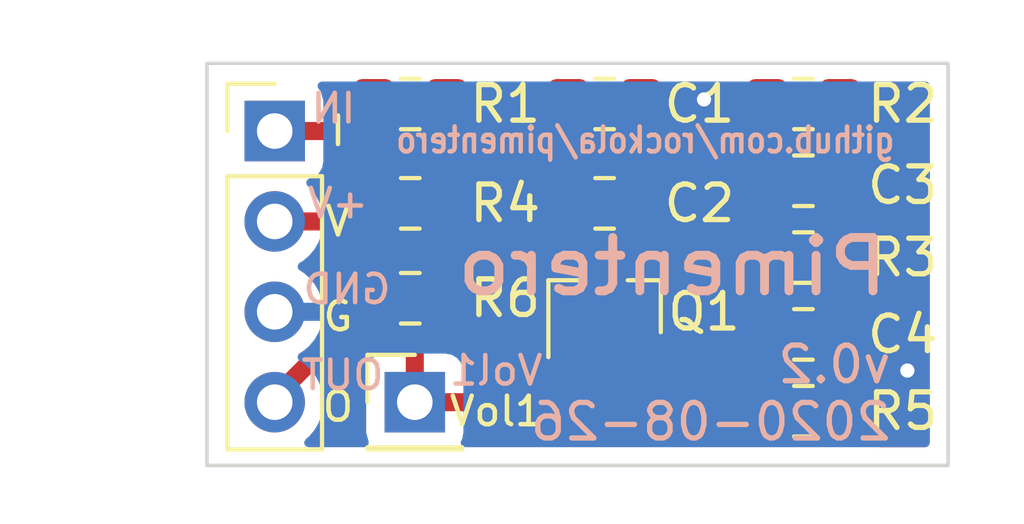
<source format=kicad_pcb>
(kicad_pcb (version 20200819) (host pcbnew "(5.99.0-2965-g3673c2369)")

  (general
    (thickness 1.6)
  )

  (paper "A4")
  (layers
    (0 "F.Cu" signal)
    (31 "B.Cu" signal)
    (32 "B.Adhes" user)
    (33 "F.Adhes" user)
    (34 "B.Paste" user)
    (35 "F.Paste" user)
    (36 "B.SilkS" user)
    (37 "F.SilkS" user)
    (38 "B.Mask" user)
    (39 "F.Mask" user)
    (40 "Dwgs.User" user)
    (41 "Cmts.User" user)
    (42 "Eco1.User" user)
    (43 "Eco2.User" user)
    (44 "Edge.Cuts" user)
    (45 "Margin" user)
    (46 "B.CrtYd" user)
    (47 "F.CrtYd" user)
    (48 "B.Fab" user)
    (49 "F.Fab" user)
  )

  (setup
    (stackup
      (layer "F.SilkS" (type "Top Silk Screen"))
      (layer "F.Paste" (type "Top Solder Paste"))
      (layer "F.Mask" (type "Top Solder Mask") (color "Green") (thickness 0.01))
      (layer "F.Cu" (type "copper") (thickness 0.035))
      (layer "dielectric 1" (type "core") (thickness 1.51) (material "FR4") (epsilon_r 4.5) (loss_tangent 0.02))
      (layer "B.Cu" (type "copper") (thickness 0.035))
      (layer "B.Mask" (type "Bottom Solder Mask") (color "Green") (thickness 0.01))
      (layer "B.Paste" (type "Bottom Solder Paste"))
      (layer "B.SilkS" (type "Bottom Silk Screen"))
      (copper_finish "None")
      (dielectric_constraints no)
    )
    (pcbplotparams
      (layerselection 0x010fc_ffffffff)
      (usegerberextensions false)
      (usegerberattributes true)
      (usegerberadvancedattributes true)
      (creategerberjobfile true)
      (svguseinch false)
      (svgprecision 6)
      (excludeedgelayer true)
      (linewidth 0.100000)
      (plotframeref false)
      (viasonmask false)
      (mode 1)
      (useauxorigin false)
      (hpglpennumber 1)
      (hpglpenspeed 20)
      (hpglpendiameter 15.000000)
      (psnegative false)
      (psa4output false)
      (plotreference true)
      (plotvalue true)
      (plotinvisibletext false)
      (sketchpadsonfab false)
      (subtractmaskfromsilk true)
      (outputformat 1)
      (mirror false)
      (drillshape 0)
      (scaleselection 1)
      (outputdirectory "Gerber/")
    )
  )

  (property "DATE" "2020-08-26")
  (property "REVISION" "v0.2")
  (property "TITLE" "Pimentero")
  (property "URL" "github.com/rockola/pimentero")

  (net 0 "")
  (net 1 "GND")
  (net 2 "Net-(C1-Pad1)")
  (net 3 "Net-(C2-Pad2)")
  (net 4 "Net-(C3-Pad1)")
  (net 5 "Net-(C4-Pad2)")
  (net 6 "Net-(C4-Pad1)")
  (net 7 "IN")
  (net 8 "VCC")
  (net 9 "OUT")

  (module "Capacitor_SMD:C_0805_2012Metric_Pad1.15x1.40mm_HandSolder" (layer "F.Cu") (tedit 5B36C52B) (tstamp 037e4866-5b27-4fff-9816-b82ed2d58459)
    (at 119.761 74.041)
    (descr "Capacitor SMD 0805 (2012 Metric), square (rectangular) end terminal, IPC_7351 nominal with elongated pad for handsoldering. (Body size source: https://docs.google.com/spreadsheets/d/1BsfQQcO9C6DZCsRaXUlFlo91Tg2WpOkGARC1WS5S8t0/edit?usp=sharing), generated with kicad-footprint-generator")
    (tags "capacitor handsolder")
    (property "Sheet file" "/mnt/Library/Electronics/src/pimentero/pimentero.kicad_sch")
    (property "Sheet name" "")
    (path "/cf11b9ed-dd93-4fae-b397-cc3c58a23711")
    (attr smd)
    (fp_text reference "C4" (at 2.794 0) (layer "F.SilkS")
      (effects (font (size 1 1) (thickness 0.15)))
      (tstamp 2fba289f-04d9-4c59-8e88-05f7bdd2b91f)
    )
    (fp_text value "100n" (at 0 1.65) (layer "F.Fab")
      (effects (font (size 1 1) (thickness 0.15)))
      (tstamp ef7e74e8-adf5-4c10-a263-7ce0b15a3b81)
    )
    (fp_text user "${REFERENCE}" (at 0 0) (layer "F.Fab")
      (effects (font (size 0.5 0.5) (thickness 0.08)))
      (tstamp 7cfcec28-5ff8-4c5f-ad39-7c1cc87f3561)
    )
    (fp_line (start -0.261252 -0.71) (end 0.261252 -0.71) (layer "F.SilkS") (width 0.12) (tstamp cd799950-1a24-47b1-9372-43173b474a94))
    (fp_line (start -0.261252 0.71) (end 0.261252 0.71) (layer "F.SilkS") (width 0.12) (tstamp e39abacd-3d84-4e9b-a454-3e7eb8108b6c))
    (fp_line (start -1.85 -0.95) (end 1.85 -0.95) (layer "F.CrtYd") (width 0.05) (tstamp 189b34c4-03c8-46c4-bc47-7aeb487ebd9e))
    (fp_line (start 1.85 -0.95) (end 1.85 0.95) (layer "F.CrtYd") (width 0.05) (tstamp 585528be-8999-45ee-aa62-193f3b964106))
    (fp_line (start -1.85 0.95) (end -1.85 -0.95) (layer "F.CrtYd") (width 0.05) (tstamp 9c40b895-d82b-4095-87c3-b7dc71e4ccea))
    (fp_line (start 1.85 0.95) (end -1.85 0.95) (layer "F.CrtYd") (width 0.05) (tstamp dcccd1e1-a013-4f49-95b4-7bc1166ae3c8))
    (fp_line (start -1 0.6) (end -1 -0.6) (layer "F.Fab") (width 0.1) (tstamp 1424e489-b8e4-4769-81b0-dfdb7cdb2a10))
    (fp_line (start 1 0.6) (end -1 0.6) (layer "F.Fab") (width 0.1) (tstamp 54f152c8-ab4e-49c5-b58c-1e58b1c39287))
    (fp_line (start -1 -0.6) (end 1 -0.6) (layer "F.Fab") (width 0.1) (tstamp 6f000521-e69c-4af7-9375-0737eb75d8d7))
    (fp_line (start 1 -0.6) (end 1 0.6) (layer "F.Fab") (width 0.1) (tstamp 9ea76215-93bb-44e5-9666-6856044f2e72))
    (pad "1" smd roundrect (at -1.025 0) (size 1.15 1.4) (layers "F.Cu" "F.Paste" "F.Mask") (roundrect_rratio 0.2173913043478261)
      (net 6 "Net-(C4-Pad1)") (tstamp 27f66021-a9d8-4e02-9bd4-16a7caad738c))
    (pad "2" smd roundrect (at 1.025 0) (size 1.15 1.4) (layers "F.Cu" "F.Paste" "F.Mask") (roundrect_rratio 0.2173913043478261)
      (net 5 "Net-(C4-Pad2)") (tstamp 4b4be6f7-7f5c-4d4c-94b8-e5d09f9d642b))
    (model "${KISYS3DMOD}/Capacitor_SMD.3dshapes/C_0805_2012Metric.wrl"
      (offset (xyz 0 0 0))
      (scale (xyz 1 1 1))
      (rotate (xyz 0 0 0))
    )
  )

  (module "Connector_PinHeader_2.54mm:PinHeader_1x01_P2.54mm_Vertical" (layer "F.Cu") (tedit 59FED5CC) (tstamp 169e306f-babb-462f-bada-d50f1c79fc75)
    (at 108.839 75.946)
    (descr "Through hole straight pin header, 1x01, 2.54mm pitch, single row")
    (tags "Through hole pin header THT 1x01 2.54mm single row")
    (property "Sheet file" "/mnt/Library/Electronics/src/pimentero/pimentero.kicad_sch")
    (property "Sheet name" "")
    (path "/b1dfd13b-250d-4271-b515-73cc2907d4f7")
    (fp_text reference "J2" (at 0 -2.33) (layer "F.SilkS") hide
      (effects (font (size 1 1) (thickness 0.15)))
      (tstamp 397192ec-bcaa-40ce-943f-347d168f8c3d)
    )
    (fp_text value "Volume A500k lug 1" (at 0 2.33) (layer "F.Fab")
      (effects (font (size 1 1) (thickness 0.15)))
      (tstamp 750e8303-4960-4e9d-a54f-7cad3ed177e1)
    )
    (fp_text user "${REFERENCE}" (at 0 0 90) (layer "F.Fab")
      (effects (font (size 1 1) (thickness 0.15)))
      (tstamp ba6ad52f-3622-487f-a444-edf854ff6371)
    )
    (fp_line (start -1.33 1.33) (end 1.33 1.33) (layer "F.SilkS") (width 0.12) (tstamp 35e731aa-b8b3-49f8-968c-590640ed0c8d))
    (fp_line (start -1.33 1.27) (end 1.33 1.27) (layer "F.SilkS") (width 0.12) (tstamp 51579db6-c785-457a-a800-f8f8776f89bb))
    (fp_line (start -1.33 0) (end -1.33 -1.33) (layer "F.SilkS") (width 0.12) (tstamp 574c6782-25c4-496b-ae23-84c2d3f60da4))
    (fp_line (start -1.33 -1.33) (end 0 -1.33) (layer "F.SilkS") (width 0.12) (tstamp 61c0ea97-4ab0-4ee3-9fa4-bc14f91d93cd))
    (fp_line (start 1.33 1.27) (end 1.33 1.33) (layer "F.SilkS") (width 0.12) (tstamp 80616013-4eca-42d8-b551-4afb50be915e))
    (fp_line (start -1.33 1.27) (end -1.33 1.33) (layer "F.SilkS") (width 0.12) (tstamp c28c1205-9fc7-4b1e-8e07-9980a60a9ff2))
    (fp_line (start 1.8 1.8) (end 1.8 -1.8) (layer "F.CrtYd") (width 0.05) (tstamp 244cc533-4056-46c1-ab8e-565e1ae14678))
    (fp_line (start 1.8 -1.8) (end -1.8 -1.8) (layer "F.CrtYd") (width 0.05) (tstamp 29de06ab-ba1a-4af8-84f4-74be52605bdf))
    (fp_line (start -1.8 1.8) (end 1.8 1.8) (layer "F.CrtYd") (width 0.05) (tstamp d1d5a4bc-9cfe-40c5-930a-e3811c870894))
    (fp_line (start -1.8 -1.8) (end -1.8 1.8) (layer "F.CrtYd") (width 0.05) (tstamp eafb565b-4187-4422-896e-53be388ff9e3))
    (fp_line (start -0.635 -1.27) (end 1.27 -1.27) (layer "F.Fab") (width 0.1) (tstamp 23dfd779-3139-4b3f-bf3f-1abfb1551881))
    (fp_line (start -1.27 -0.635) (end -0.635 -1.27) (layer "F.Fab") (width 0.1) (tstamp 6f8d119b-fbc1-485a-aa4f-58e44c472fa5))
    (fp_line (start -1.27 1.27) (end -1.27 -0.635) (layer "F.Fab") (width 0.1) (tstamp 6f991363-766a-43c2-b578-2416f6ac1475))
    (fp_line (start 1.27 -1.27) (end 1.27 1.27) (layer "F.Fab") (width 0.1) (tstamp bb7ae49f-1e74-4cfc-8452-4dea9ff121af))
    (fp_line (start 1.27 1.27) (end -1.27 1.27) (layer "F.Fab") (width 0.1) (tstamp c6145e44-ea68-4fe0-8c0c-c87eee377eb8))
    (pad "1" thru_hole rect (at 0 0) (size 1.7 1.7) (drill 1) (layers *.Cu *.Mask)
      (net 5 "Net-(C4-Pad2)") (pinfunction "Pin_1") (tstamp d584a053-8fa6-4ec1-9a56-80f59121e7b3))
    (model "${KISYS3DMOD}/Connector_PinHeader_2.54mm.3dshapes/PinHeader_1x01_P2.54mm_Vertical.wrl"
      (offset (xyz 0 0 0))
      (scale (xyz 1 1 1))
      (rotate (xyz 0 0 0))
    )
  )

  (module "Resistor_SMD:R_0805_2012Metric_Pad1.15x1.40mm_HandSolder" (layer "F.Cu") (tedit 5B36C52B) (tstamp 1f6480ef-a63a-4119-ad9a-f9b6b1b7a413)
    (at 108.712 70.358)
    (descr "Resistor SMD 0805 (2012 Metric), square (rectangular) end terminal, IPC_7351 nominal with elongated pad for handsoldering. (Body size source: https://docs.google.com/spreadsheets/d/1BsfQQcO9C6DZCsRaXUlFlo91Tg2WpOkGARC1WS5S8t0/edit?usp=sharing), generated with kicad-footprint-generator")
    (tags "resistor handsolder")
    (property "Sheet file" "/mnt/Library/Electronics/src/pimentero/pimentero.kicad_sch")
    (property "Sheet name" "")
    (path "/d46f48e0-c306-4c7c-9089-869a4e9dbbdc")
    (attr smd)
    (fp_text reference "R4" (at 2.667 0) (layer "F.SilkS")
      (effects (font (size 1 1) (thickness 0.15)))
      (tstamp b435d6bb-420b-43dd-b880-66aab5a9c5d6)
    )
    (fp_text value "22k" (at 0 1.65) (layer "F.Fab")
      (effects (font (size 1 1) (thickness 0.15)))
      (tstamp aa99b325-3bf3-410b-b541-0831fcd83100)
    )
    (fp_text user "${REFERENCE}" (at 0 0) (layer "F.Fab")
      (effects (font (size 0.5 0.5) (thickness 0.08)))
      (tstamp 218943d4-b0d8-4b14-89d8-0ac9e449b9fb)
    )
    (fp_line (start -0.261252 0.71) (end 0.261252 0.71) (layer "F.SilkS") (width 0.12) (tstamp 393bc5f0-e394-43b5-a480-de4fcb4fe7d2))
    (fp_line (start -0.261252 -0.71) (end 0.261252 -0.71) (layer "F.SilkS") (width 0.12) (tstamp 84ba0bcc-3ee6-46fb-ad62-f3ba88f03fae))
    (fp_line (start 1.85 -0.95) (end 1.85 0.95) (layer "F.CrtYd") (width 0.05) (tstamp 274b5e43-22df-4be9-a621-1091a02eb8e6))
    (fp_line (start -1.85 -0.95) (end 1.85 -0.95) (layer "F.CrtYd") (width 0.05) (tstamp 5a67d18f-8bc5-4aac-814c-a607a75191a9))
    (fp_line (start 1.85 0.95) (end -1.85 0.95) (layer "F.CrtYd") (width 0.05) (tstamp ce775a37-a96f-483b-bb30-5a116594fef1))
    (fp_line (start -1.85 0.95) (end -1.85 -0.95) (layer "F.CrtYd") (width 0.05) (tstamp f6b64360-d165-4dc3-b62b-7986e0f6fd24))
    (fp_line (start -1 0.6) (end -1 -0.6) (layer "F.Fab") (width 0.1) (tstamp 1940b4d5-ef8d-4031-8a06-86e3ca3d60f0))
    (fp_line (start 1 0.6) (end -1 0.6) (layer "F.Fab") (width 0.1) (tstamp 3037361c-3c43-4e30-9274-68f72bacf17f))
    (fp_line (start 1 -0.6) (end 1 0.6) (layer "F.Fab") (width 0.1) (tstamp 73f658d9-9c62-433a-aea0-25ba2437bbe5))
    (fp_line (start -1 -0.6) (end 1 -0.6) (layer "F.Fab") (width 0.1) (tstamp a5a0cd36-d3c5-4bd5-8ae6-a84a93b0c76c))
    (pad "1" smd roundrect (at -1.025 0) (size 1.15 1.4) (layers "F.Cu" "F.Paste" "F.Mask") (roundrect_rratio 0.2173913043478261)
      (net 8 "VCC") (tstamp 5c916aaa-a1e3-4f56-bc2d-08793a912d72))
    (pad "2" smd roundrect (at 1.025 0) (size 1.15 1.4) (layers "F.Cu" "F.Paste" "F.Mask") (roundrect_rratio 0.2173913043478261)
      (net 6 "Net-(C4-Pad1)") (tstamp 928a3acb-cde1-428b-bb8d-f2540ff59d54))
    (model "${KISYS3DMOD}/Resistor_SMD.3dshapes/R_0805_2012Metric.wrl"
      (offset (xyz 0 0 0))
      (scale (xyz 1 1 1))
      (rotate (xyz 0 0 0))
    )
  )

  (module "Capacitor_SMD:C_0805_2012Metric_Pad1.15x1.40mm_HandSolder" (layer "F.Cu") (tedit 5B36C52B) (tstamp 2339406a-fda4-4a75-b085-e9bd9db8c4fd)
    (at 119.761 69.723)
    (descr "Capacitor SMD 0805 (2012 Metric), square (rectangular) end terminal, IPC_7351 nominal with elongated pad for handsoldering. (Body size source: https://docs.google.com/spreadsheets/d/1BsfQQcO9C6DZCsRaXUlFlo91Tg2WpOkGARC1WS5S8t0/edit?usp=sharing), generated with kicad-footprint-generator")
    (tags "capacitor handsolder")
    (property "Sheet file" "/mnt/Library/Electronics/src/pimentero/pimentero.kicad_sch")
    (property "Sheet name" "")
    (path "/4de3d977-216b-4acb-9139-5638561caf34")
    (attr smd)
    (fp_text reference "C3" (at 2.794 0.127) (layer "F.SilkS")
      (effects (font (size 1 1) (thickness 0.15)))
      (tstamp b0d323c1-0de9-4eea-95bd-9b65f1214b48)
    )
    (fp_text value "22n" (at 0 1.65) (layer "F.Fab")
      (effects (font (size 1 1) (thickness 0.15)))
      (tstamp 89a94e5c-5ed5-4c7a-a927-028473f4dec1)
    )
    (fp_text user "${REFERENCE}" (at 0 0) (layer "F.Fab")
      (effects (font (size 0.5 0.5) (thickness 0.08)))
      (tstamp 58d1200f-00d2-43b5-bbfa-34aa12197767)
    )
    (fp_line (start -0.261252 -0.71) (end 0.261252 -0.71) (layer "F.SilkS") (width 0.12) (tstamp 0a384ac8-6709-44f3-9e04-2251ebb7795a))
    (fp_line (start -0.261252 0.71) (end 0.261252 0.71) (layer "F.SilkS") (width 0.12) (tstamp 80113117-bd2b-414e-a75e-2277e5f7774a))
    (fp_line (start 1.85 -0.95) (end 1.85 0.95) (layer "F.CrtYd") (width 0.05) (tstamp 1d2b6082-631f-469c-be0b-22d60be86eb0))
    (fp_line (start -1.85 0.95) (end -1.85 -0.95) (layer "F.CrtYd") (width 0.05) (tstamp 44f14ac7-4220-423a-93f9-e473a3a3f4ac))
    (fp_line (start 1.85 0.95) (end -1.85 0.95) (layer "F.CrtYd") (width 0.05) (tstamp 8d87201f-fb07-4d8c-ad37-50342d252cbe))
    (fp_line (start -1.85 -0.95) (end 1.85 -0.95) (layer "F.CrtYd") (width 0.05) (tstamp c53ee173-4f28-4ebc-9d53-b8bda238d814))
    (fp_line (start 1 -0.6) (end 1 0.6) (layer "F.Fab") (width 0.1) (tstamp 1c52bc07-1a75-4e2e-a082-9a3dfc2fae34))
    (fp_line (start -1 0.6) (end -1 -0.6) (layer "F.Fab") (width 0.1) (tstamp 2b3a165e-fe16-4953-b87b-d5497e52ed1d))
    (fp_line (start 1 0.6) (end -1 0.6) (layer "F.Fab") (width 0.1) (tstamp 2dd31150-92f8-4488-9bfc-73161563cbc8))
    (fp_line (start -1 -0.6) (end 1 -0.6) (layer "F.Fab") (width 0.1) (tstamp 5244aaf8-d862-4557-8b1a-640ae83f3cf8))
    (pad "1" smd roundrect (at -1.025 0) (size 1.15 1.4) (layers "F.Cu" "F.Paste" "F.Mask") (roundrect_rratio 0.2173913043478261)
      (net 4 "Net-(C3-Pad1)") (tstamp 87e4f30e-f046-48b0-ab3f-65c792f2a8ca))
    (pad "2" smd roundrect (at 1.025 0) (size 1.15 1.4) (layers "F.Cu" "F.Paste" "F.Mask") (roundrect_rratio 0.2173913043478261)
      (net 1 "GND") (tstamp 1bf1020f-c08b-42df-9952-7d5753f39bfd))
    (model "${KISYS3DMOD}/Capacitor_SMD.3dshapes/C_0805_2012Metric.wrl"
      (offset (xyz 0 0 0))
      (scale (xyz 1 1 1))
      (rotate (xyz 0 0 0))
    )
  )

  (module "Resistor_SMD:R_0805_2012Metric_Pad1.15x1.40mm_HandSolder" (layer "F.Cu") (tedit 5B36C52B) (tstamp 46822ead-c62c-43de-b3be-c3dd350a809d)
    (at 119.761 71.882)
    (descr "Resistor SMD 0805 (2012 Metric), square (rectangular) end terminal, IPC_7351 nominal with elongated pad for handsoldering. (Body size source: https://docs.google.com/spreadsheets/d/1BsfQQcO9C6DZCsRaXUlFlo91Tg2WpOkGARC1WS5S8t0/edit?usp=sharing), generated with kicad-footprint-generator")
    (tags "resistor handsolder")
    (property "Sheet file" "/mnt/Library/Electronics/src/pimentero/pimentero.kicad_sch")
    (property "Sheet name" "")
    (path "/428b4199-daec-4bf9-ae27-b2198c06030b")
    (attr smd)
    (fp_text reference "R3" (at 2.794 0) (layer "F.SilkS")
      (effects (font (size 1 1) (thickness 0.15)))
      (tstamp 189bd1c0-20bc-4efb-99e2-f5f378de902f)
    )
    (fp_text value "3k3" (at 0 1.65) (layer "F.Fab")
      (effects (font (size 1 1) (thickness 0.15)))
      (tstamp 307da893-b195-407c-b046-09a825677589)
    )
    (fp_text user "${REFERENCE}" (at 0 0) (layer "F.Fab")
      (effects (font (size 0.5 0.5) (thickness 0.08)))
      (tstamp e9440d37-71b1-4f6b-aa1f-8d1241f78880)
    )
    (fp_line (start -0.261252 0.71) (end 0.261252 0.71) (layer "F.SilkS") (width 0.12) (tstamp c8cdc989-2c7d-4493-90dd-cbd37f224b87))
    (fp_line (start -0.261252 -0.71) (end 0.261252 -0.71) (layer "F.SilkS") (width 0.12) (tstamp d63aa203-574a-48a6-a8dc-c429ce61054f))
    (fp_line (start 1.85 0.95) (end -1.85 0.95) (layer "F.CrtYd") (width 0.05) (tstamp 05c76298-52ef-4685-8ce6-2f722896a6d7))
    (fp_line (start -1.85 0.95) (end -1.85 -0.95) (layer "F.CrtYd") (width 0.05) (tstamp 74f93e2f-3c7c-43b7-bfd0-203e9ee4b1d4))
    (fp_line (start 1.85 -0.95) (end 1.85 0.95) (layer "F.CrtYd") (width 0.05) (tstamp d9bbb818-920b-4634-a0e1-9347e4705a9e))
    (fp_line (start -1.85 -0.95) (end 1.85 -0.95) (layer "F.CrtYd") (width 0.05) (tstamp dd42624f-d52d-4772-805a-25e0cf148afb))
    (fp_line (start -1 0.6) (end -1 -0.6) (layer "F.Fab") (width 0.1) (tstamp 45b56b26-a74e-49d7-815d-af40c2a98a24))
    (fp_line (start 1 -0.6) (end 1 0.6) (layer "F.Fab") (width 0.1) (tstamp 573bf35f-d021-4656-8d7a-3ddddbcd7f57))
    (fp_line (start -1 -0.6) (end 1 -0.6) (layer "F.Fab") (width 0.1) (tstamp b1ac1517-3442-431d-8162-9678fa5c5bef))
    (fp_line (start 1 0.6) (end -1 0.6) (layer "F.Fab") (width 0.1) (tstamp f287b6cf-4b48-4153-b872-e22178bdd841))
    (pad "1" smd roundrect (at -1.025 0) (size 1.15 1.4) (layers "F.Cu" "F.Paste" "F.Mask") (roundrect_rratio 0.2173913043478261)
      (net 4 "Net-(C3-Pad1)") (tstamp 3601f895-d60d-46e6-9571-259f1fda948b))
    (pad "2" smd roundrect (at 1.025 0) (size 1.15 1.4) (layers "F.Cu" "F.Paste" "F.Mask") (roundrect_rratio 0.2173913043478261)
      (net 1 "GND") (tstamp 216b5980-f988-4796-bdd0-9c5c2fb2f00b))
    (model "${KISYS3DMOD}/Resistor_SMD.3dshapes/R_0805_2012Metric.wrl"
      (offset (xyz 0 0 0))
      (scale (xyz 1 1 1))
      (rotate (xyz 0 0 0))
    )
  )

  (module "Resistor_SMD:R_0805_2012Metric_Pad1.15x1.40mm_HandSolder" (layer "F.Cu") (tedit 5B36C52B) (tstamp 5e211368-e9c3-4710-948f-ba4fd62c4feb)
    (at 119.761 67.564)
    (descr "Resistor SMD 0805 (2012 Metric), square (rectangular) end terminal, IPC_7351 nominal with elongated pad for handsoldering. (Body size source: https://docs.google.com/spreadsheets/d/1BsfQQcO9C6DZCsRaXUlFlo91Tg2WpOkGARC1WS5S8t0/edit?usp=sharing), generated with kicad-footprint-generator")
    (tags "resistor handsolder")
    (property "Sheet file" "/mnt/Library/Electronics/src/pimentero/pimentero.kicad_sch")
    (property "Sheet name" "")
    (path "/3a7170c8-a014-4982-934d-aa98298ac56e")
    (attr smd)
    (fp_text reference "R2" (at 2.794 0) (layer "F.SilkS")
      (effects (font (size 1 1) (thickness 0.15)))
      (tstamp 00bc0c8b-8bf1-429c-b51a-5c0fd9afdfe7)
    )
    (fp_text value "1M" (at 0 1.65) (layer "F.Fab")
      (effects (font (size 1 1) (thickness 0.15)))
      (tstamp 503e08cd-b665-4199-8ddf-45c2544ea24f)
    )
    (fp_text user "${REFERENCE}" (at 0 0) (layer "F.Fab")
      (effects (font (size 0.5 0.5) (thickness 0.08)))
      (tstamp 33de4e1d-b8ad-4830-9d5f-d5726d3760d6)
    )
    (fp_line (start -0.261252 0.71) (end 0.261252 0.71) (layer "F.SilkS") (width 0.12) (tstamp c5301ed1-48e0-485f-bef0-e3b7b16d0307))
    (fp_line (start -0.261252 -0.71) (end 0.261252 -0.71) (layer "F.SilkS") (width 0.12) (tstamp ccd693e1-1a57-493d-940d-07ebf7f6eccc))
    (fp_line (start -1.85 0.95) (end -1.85 -0.95) (layer "F.CrtYd") (width 0.05) (tstamp 5ce3b72b-d3eb-4b57-a036-ec2f583c375c))
    (fp_line (start -1.85 -0.95) (end 1.85 -0.95) (layer "F.CrtYd") (width 0.05) (tstamp 8cc43426-6876-45f5-b380-fd490e2cf525))
    (fp_line (start 1.85 0.95) (end -1.85 0.95) (layer "F.CrtYd") (width 0.05) (tstamp 922dc287-e3f5-43bf-9200-19b0eecd6fb6))
    (fp_line (start 1.85 -0.95) (end 1.85 0.95) (layer "F.CrtYd") (width 0.05) (tstamp e3daf3ea-2fa4-412a-850c-8aa3e6548647))
    (fp_line (start -1 -0.6) (end 1 -0.6) (layer "F.Fab") (width 0.1) (tstamp 36ed8124-08a5-4fea-b3a6-c837b1ab6d43))
    (fp_line (start 1 0.6) (end -1 0.6) (layer "F.Fab") (width 0.1) (tstamp 67613a0b-e3aa-48d9-bd44-ff6700cbd8c9))
    (fp_line (start -1 0.6) (end -1 -0.6) (layer "F.Fab") (width 0.1) (tstamp bc987aa4-916b-4dd0-b001-00684093376e))
    (fp_line (start 1 -0.6) (end 1 0.6) (layer "F.Fab") (width 0.1) (tstamp e1a183cc-202a-4c20-960f-d4adf1ccd1fd))
    (pad "1" smd roundrect (at -1.025 0) (size 1.15 1.4) (layers "F.Cu" "F.Paste" "F.Mask") (roundrect_rratio 0.2173913043478261)
      (net 3 "Net-(C2-Pad2)") (tstamp bb2ca3db-fdfe-4c92-9501-20de8cb60984))
    (pad "2" smd roundrect (at 1.025 0) (size 1.15 1.4) (layers "F.Cu" "F.Paste" "F.Mask") (roundrect_rratio 0.2173913043478261)
      (net 1 "GND") (tstamp d2e58436-88e8-4627-bfc6-2722dffe7981))
    (model "${KISYS3DMOD}/Resistor_SMD.3dshapes/R_0805_2012Metric.wrl"
      (offset (xyz 0 0 0))
      (scale (xyz 1 1 1))
      (rotate (xyz 0 0 0))
    )
  )

  (module "Capacitor_SMD:C_0805_2012Metric_Pad1.15x1.40mm_HandSolder" (layer "F.Cu") (tedit 5B36C52B) (tstamp 698cb674-e72d-44af-8046-c9d75169479f)
    (at 114.173 67.564)
    (descr "Capacitor SMD 0805 (2012 Metric), square (rectangular) end terminal, IPC_7351 nominal with elongated pad for handsoldering. (Body size source: https://docs.google.com/spreadsheets/d/1BsfQQcO9C6DZCsRaXUlFlo91Tg2WpOkGARC1WS5S8t0/edit?usp=sharing), generated with kicad-footprint-generator")
    (tags "capacitor handsolder")
    (property "Sheet file" "/mnt/Library/Electronics/src/pimentero/pimentero.kicad_sch")
    (property "Sheet name" "")
    (path "/ca49c723-6ab4-4c5a-9b14-68cb3d5db54a")
    (attr smd)
    (fp_text reference "C1" (at 2.667 0) (layer "F.SilkS")
      (effects (font (size 1 1) (thickness 0.15)))
      (tstamp e1fd446b-18a4-4f77-b5b1-4f3b94ade861)
    )
    (fp_text value "220p" (at 0 1.65) (layer "F.Fab")
      (effects (font (size 1 1) (thickness 0.15)))
      (tstamp d45e29dd-485b-491f-b893-218031f0bf1c)
    )
    (fp_text user "${REFERENCE}" (at 0 0) (layer "F.Fab")
      (effects (font (size 0.5 0.5) (thickness 0.08)))
      (tstamp c00826ed-f558-4082-b87c-d86bb808a88d)
    )
    (fp_line (start -0.261252 0.71) (end 0.261252 0.71) (layer "F.SilkS") (width 0.12) (tstamp 6f548c80-640d-4f93-a2bf-ba3f9c833cfa))
    (fp_line (start -0.261252 -0.71) (end 0.261252 -0.71) (layer "F.SilkS") (width 0.12) (tstamp 87bd1a8e-b30a-4694-96c5-0cd3c402e7c1))
    (fp_line (start -1.85 0.95) (end -1.85 -0.95) (layer "F.CrtYd") (width 0.05) (tstamp 20a87ccb-d4f5-49e4-856e-73a10c75bd12))
    (fp_line (start -1.85 -0.95) (end 1.85 -0.95) (layer "F.CrtYd") (width 0.05) (tstamp 2f92a6a9-7c99-48a0-ac46-7e2a5a1d2470))
    (fp_line (start 1.85 -0.95) (end 1.85 0.95) (layer "F.CrtYd") (width 0.05) (tstamp 4d7efaf4-c502-4251-af47-23f2ba55ba83))
    (fp_line (start 1.85 0.95) (end -1.85 0.95) (layer "F.CrtYd") (width 0.05) (tstamp 5c57ab9f-2271-44b5-896f-9f1394608347))
    (fp_line (start 1 -0.6) (end 1 0.6) (layer "F.Fab") (width 0.1) (tstamp 8070cdef-1439-483f-877d-370c004ffa8e))
    (fp_line (start -1 -0.6) (end 1 -0.6) (layer "F.Fab") (width 0.1) (tstamp 9e0383d5-ca0d-4429-b2a7-53d46dcf1d4c))
    (fp_line (start 1 0.6) (end -1 0.6) (layer "F.Fab") (width 0.1) (tstamp a74248a6-b87b-452e-bcc8-3f5372186714))
    (fp_line (start -1 0.6) (end -1 -0.6) (layer "F.Fab") (width 0.1) (tstamp e4a6a938-10ee-4f02-a46d-f35be0a91e01))
    (pad "1" smd roundrect (at -1.025 0) (size 1.15 1.4) (layers "F.Cu" "F.Paste" "F.Mask") (roundrect_rratio 0.2173913043478261)
      (net 2 "Net-(C1-Pad1)") (tstamp b00922ed-f52d-45f7-baf5-0bb3156eee49))
    (pad "2" smd roundrect (at 1.025 0) (size 1.15 1.4) (layers "F.Cu" "F.Paste" "F.Mask") (roundrect_rratio 0.2173913043478261)
      (net 1 "GND") (tstamp 131abd35-4de7-4e16-9227-c3bb852aa4de))
    (model "${KISYS3DMOD}/Capacitor_SMD.3dshapes/C_0805_2012Metric.wrl"
      (offset (xyz 0 0 0))
      (scale (xyz 1 1 1))
      (rotate (xyz 0 0 0))
    )
  )

  (module "Resistor_SMD:R_0805_2012Metric_Pad1.15x1.40mm_HandSolder" (layer "F.Cu") (tedit 5B36C52B) (tstamp 77cb4b51-31df-4419-8475-7ce7dd1a5c6a)
    (at 119.761 76.2)
    (descr "Resistor SMD 0805 (2012 Metric), square (rectangular) end terminal, IPC_7351 nominal with elongated pad for handsoldering. (Body size source: https://docs.google.com/spreadsheets/d/1BsfQQcO9C6DZCsRaXUlFlo91Tg2WpOkGARC1WS5S8t0/edit?usp=sharing), generated with kicad-footprint-generator")
    (tags "resistor handsolder")
    (property "Sheet file" "/mnt/Library/Electronics/src/pimentero/pimentero.kicad_sch")
    (property "Sheet name" "")
    (path "/e2039ef0-179b-44c7-99b1-02fdf7a852b0")
    (attr smd)
    (fp_text reference "R5" (at 2.794 0) (layer "F.SilkS")
      (effects (font (size 1 1) (thickness 0.15)))
      (tstamp 0218f769-e237-447a-a482-049c6a0a3ae7)
    )
    (fp_text value "220k" (at 0 1.65) (layer "F.Fab")
      (effects (font (size 1 1) (thickness 0.15)))
      (tstamp 66cbb136-d5a8-4e14-82e0-53f445850e41)
    )
    (fp_text user "${REFERENCE}" (at 0 0) (layer "F.Fab")
      (effects (font (size 0.5 0.5) (thickness 0.08)))
      (tstamp c359bda4-8e75-45dc-a6b7-96228b26c338)
    )
    (fp_line (start -0.261252 0.71) (end 0.261252 0.71) (layer "F.SilkS") (width 0.12) (tstamp 76f0aef4-b33d-49ad-a82a-727d203353a6))
    (fp_line (start -0.261252 -0.71) (end 0.261252 -0.71) (layer "F.SilkS") (width 0.12) (tstamp 8d1f1890-7828-4cf1-9540-ba8adc8c7b69))
    (fp_line (start -1.85 -0.95) (end 1.85 -0.95) (layer "F.CrtYd") (width 0.05) (tstamp 230bc9c6-3959-4fa2-8569-e49d6f2f5a60))
    (fp_line (start -1.85 0.95) (end -1.85 -0.95) (layer "F.CrtYd") (width 0.05) (tstamp 67e25d94-d3f6-48ab-9a65-b037e7a4a272))
    (fp_line (start 1.85 -0.95) (end 1.85 0.95) (layer "F.CrtYd") (width 0.05) (tstamp e6d57b41-d444-4765-aa4b-93349879a546))
    (fp_line (start 1.85 0.95) (end -1.85 0.95) (layer "F.CrtYd") (width 0.05) (tstamp f1f91e73-d513-45b1-a79c-df4d6f387f23))
    (fp_line (start 1 -0.6) (end 1 0.6) (layer "F.Fab") (width 0.1) (tstamp 65e83cfe-7f1f-429d-81f0-daefdda44aee))
    (fp_line (start -1 -0.6) (end 1 -0.6) (layer "F.Fab") (width 0.1) (tstamp 6ae8dd07-0457-48cc-ae77-d9b6d09ded7f))
    (fp_line (start 1 0.6) (end -1 0.6) (layer "F.Fab") (width 0.1) (tstamp b91f52a8-573c-4fe7-8f48-a02ff708269c))
    (fp_line (start -1 0.6) (end -1 -0.6) (layer "F.Fab") (width 0.1) (tstamp bc319d4e-7fa6-479e-ab11-500c1d08a927))
    (pad "1" smd roundrect (at -1.025 0) (size 1.15 1.4) (layers "F.Cu" "F.Paste" "F.Mask") (roundrect_rratio 0.2173913043478261)
      (net 5 "Net-(C4-Pad2)") (tstamp 8e666183-db7d-40af-9951-55c1e8040c26))
    (pad "2" smd roundrect (at 1.025 0) (size 1.15 1.4) (layers "F.Cu" "F.Paste" "F.Mask") (roundrect_rratio 0.2173913043478261)
      (net 1 "GND") (tstamp 5273e99b-dca6-46c0-8747-417a212c0f5c))
    (model "${KISYS3DMOD}/Resistor_SMD.3dshapes/R_0805_2012Metric.wrl"
      (offset (xyz 0 0 0))
      (scale (xyz 1 1 1))
      (rotate (xyz 0 0 0))
    )
  )

  (module "Package_TO_SOT_SMD:SOT-23" (layer "F.Cu") (tedit 5A02FF57) (tstamp cf115759-825f-4e07-af29-9d86f2811f29)
    (at 114.173 73.279 90)
    (descr "SOT-23, Standard")
    (tags "SOT-23")
    (property "Sheet file" "/mnt/Library/Electronics/src/pimentero/pimentero.kicad_sch")
    (property "Sheet name" "")
    (path "/bca0b9b2-fc4c-4cae-95c0-90e6404b50df")
    (attr smd)
    (fp_text reference "Q1" (at -0.127 2.794 180) (layer "F.SilkS")
      (effects (font (size 1 1) (thickness 0.15)))
      (tstamp 7b0bcdfb-b14c-4516-b4a6-254f4f20c8ac)
    )
    (fp_text value "MMBF5457" (at 0 2.5 90) (layer "F.Fab")
      (effects (font (size 1 1) (thickness 0.15)))
      (tstamp 38814059-a002-426a-bffd-31741284b1a5)
    )
    (fp_text user "${REFERENCE}" (at 0 0) (layer "F.Fab")
      (effects (font (size 0.5 0.5) (thickness 0.075)))
      (tstamp 1bf7c2e6-6fb5-45d8-bfee-e4b9a97a4a7f)
    )
    (fp_line (start 0.76 1.58) (end -0.7 1.58) (layer "F.SilkS") (width 0.12) (tstamp 6b6e8320-3d0c-44fb-a180-7249c9c050ff))
    (fp_line (start 0.76 1.58) (end 0.76 0.65) (layer "F.SilkS") (width 0.12) (tstamp 80c3e820-5095-4093-882a-299ad3e9cfa2))
    (fp_line (start 0.76 -1.58) (end 0.76 -0.65) (layer "F.SilkS") (width 0.12) (tstamp c97c715d-ea75-4484-b775-fcddc54cf870))
    (fp_line (start 0.76 -1.58) (end -1.4 -1.58) (layer "F.SilkS") (width 0.12) (tstamp e465aa7f-3818-4677-a01f-83b9f054043d))
    (fp_line (start 1.7 -1.75) (end 1.7 1.75) (layer "F.CrtYd") (width 0.05) (tstamp 489c5faf-2185-4656-a9d4-219bf2882a6c))
    (fp_line (start -1.7 -1.75) (end 1.7 -1.75) (layer "F.CrtYd") (width 0.05) (tstamp 6e276b68-7153-4f3f-9188-0165ec1f41dd))
    (fp_line (start -1.7 1.75) (end -1.7 -1.75) (layer "F.CrtYd") (width 0.05) (tstamp 6f024a51-59b5-41ab-b187-f9adedfa7005))
    (fp_line (start 1.7 1.75) (end -1.7 1.75) (layer "F.CrtYd") (width 0.05) (tstamp f0314be1-1533-480b-8ded-a2671b5b9672))
    (fp_line (start -0.7 -0.95) (end -0.15 -1.52) (layer "F.Fab") (width 0.1) (tstamp 1efd05d5-b43f-417c-b516-1cc4cd115cb3))
    (fp_line (start -0.7 -0.95) (end -0.7 1.5) (layer "F.Fab") (width 0.1) (tstamp 4673a985-1e2d-4ccd-a410-c3f7553fe959))
    (fp_line (start 0.7 -1.52) (end 0.7 1.52) (layer "F.Fab") (width 0.1) (tstamp 60da37fb-88e5-4f6f-9532-138b9481ac7e))
    (fp_line (start -0.15 -1.52) (end 0.7 -1.52) (layer "F.Fab") (width 0.1) (tstamp c72a0d6b-6eef-40e1-b709-efeb327d0ed3))
    (fp_line (start -0.7 1.52) (end 0.7 1.52) (layer "F.Fab") (width 0.1) (tstamp d4695224-16ff-407e-a0dc-2afd9adbd6e3))
    (pad "1" smd rect (at -1 -0.95 90) (size 0.9 0.8) (layers "F.Cu" "F.Paste" "F.Mask")
      (net 4 "Net-(C3-Pad1)") (pinfunction "D") (tstamp 53b597cd-8a60-4ce1-bee5-e6434a11497d))
    (pad "2" smd rect (at -1 0.95 90) (size 0.9 0.8) (layers "F.Cu" "F.Paste" "F.Mask")
      (net 6 "Net-(C4-Pad1)") (pinfunction "S") (tstamp be11bb83-5c00-4b0c-a1a9-a0af6206c0c2))
    (pad "3" smd rect (at 1 0 90) (size 0.9 0.8) (layers "F.Cu" "F.Paste" "F.Mask")
      (net 3 "Net-(C2-Pad2)") (pinfunction "G") (tstamp 07d3c9a0-22d9-4323-8e17-af7fd49a4958))
    (model "${KISYS3DMOD}/Package_TO_SOT_SMD.3dshapes/SOT-23.wrl"
      (offset (xyz 0 0 0))
      (scale (xyz 1 1 1))
      (rotate (xyz 0 0 0))
    )
  )

  (module "Capacitor_SMD:C_0805_2012Metric_Pad1.15x1.40mm_HandSolder" (layer "F.Cu") (tedit 5B36C52B) (tstamp d4100e4f-acfa-4441-b27b-eee84dc51713)
    (at 114.173 70.358)
    (descr "Capacitor SMD 0805 (2012 Metric), square (rectangular) end terminal, IPC_7351 nominal with elongated pad for handsoldering. (Body size source: https://docs.google.com/spreadsheets/d/1BsfQQcO9C6DZCsRaXUlFlo91Tg2WpOkGARC1WS5S8t0/edit?usp=sharing), generated with kicad-footprint-generator")
    (tags "capacitor handsolder")
    (property "Sheet file" "/mnt/Library/Electronics/src/pimentero/pimentero.kicad_sch")
    (property "Sheet name" "")
    (path "/25b9bfb2-8ff6-4448-a2e9-ff7868cbfb9d")
    (attr smd)
    (fp_text reference "C2" (at 2.667 0) (layer "F.SilkS")
      (effects (font (size 1 1) (thickness 0.15)))
      (tstamp ac80f65a-2ca1-4a66-ab53-b68d23337839)
    )
    (fp_text value "22n" (at 0 1.65) (layer "F.Fab")
      (effects (font (size 1 1) (thickness 0.15)))
      (tstamp cfefa10c-d67b-4c8a-83d9-cee3a3118bce)
    )
    (fp_text user "${REFERENCE}" (at 0 0) (layer "F.Fab")
      (effects (font (size 0.5 0.5) (thickness 0.08)))
      (tstamp af6a2d47-851f-403e-b86d-12cfff448ffa)
    )
    (fp_line (start -0.261252 0.71) (end 0.261252 0.71) (layer "F.SilkS") (width 0.12) (tstamp bbac7686-61db-4de8-9aa1-61cfca64349d))
    (fp_line (start -0.261252 -0.71) (end 0.261252 -0.71) (layer "F.SilkS") (width 0.12) (tstamp c11dcc67-1c45-4f7e-be62-eeba9b709630))
    (fp_line (start -1.85 0.95) (end -1.85 -0.95) (layer "F.CrtYd") (width 0.05) (tstamp 4ba962b0-3d67-4ee3-a840-fe7eaef3bfc9))
    (fp_line (start -1.85 -0.95) (end 1.85 -0.95) (layer "F.CrtYd") (width 0.05) (tstamp 7e459d96-e966-46a3-99bf-3ddcde8c4912))
    (fp_line (start 1.85 0.95) (end -1.85 0.95) (layer "F.CrtYd") (width 0.05) (tstamp a2b10008-41fb-40e6-9222-a3251b9a4047))
    (fp_line (start 1.85 -0.95) (end 1.85 0.95) (layer "F.CrtYd") (width 0.05) (tstamp bee77234-c51b-4317-b0ce-21a932bb0a63))
    (fp_line (start 1 -0.6) (end 1 0.6) (layer "F.Fab") (width 0.1) (tstamp 0e3e1dde-4b28-4b6f-9219-ca88cefac5ab))
    (fp_line (start -1 -0.6) (end 1 -0.6) (layer "F.Fab") (width 0.1) (tstamp 1fc2110d-494e-4d3d-aa1b-660184a24b7f))
    (fp_line (start 1 0.6) (end -1 0.6) (layer "F.Fab") (width 0.1) (tstamp 663ab1ec-d8fb-473c-9847-8e71afaabd0f))
    (fp_line (start -1 0.6) (end -1 -0.6) (layer "F.Fab") (width 0.1) (tstamp c4148b0b-13e4-419b-9001-35824a680ff3))
    (pad "1" smd roundrect (at -1.025 0) (size 1.15 1.4) (layers "F.Cu" "F.Paste" "F.Mask") (roundrect_rratio 0.2173913043478261)
      (net 2 "Net-(C1-Pad1)") (tstamp d1a8ad01-0021-4b7f-a31e-ece418556561))
    (pad "2" smd roundrect (at 1.025 0) (size 1.15 1.4) (layers "F.Cu" "F.Paste" "F.Mask") (roundrect_rratio 0.2173913043478261)
      (net 3 "Net-(C2-Pad2)") (tstamp 53497c3b-e7c8-4a00-b424-a685d828f5c2))
    (model "${KISYS3DMOD}/Capacitor_SMD.3dshapes/C_0805_2012Metric.wrl"
      (offset (xyz 0 0 0))
      (scale (xyz 1 1 1))
      (rotate (xyz 0 0 0))
    )
  )

  (module "Resistor_SMD:R_0805_2012Metric_Pad1.15x1.40mm_HandSolder" (layer "F.Cu") (tedit 5B36C52B) (tstamp e2b65f49-8015-496e-a8cf-680096808930)
    (at 108.712 67.564)
    (descr "Resistor SMD 0805 (2012 Metric), square (rectangular) end terminal, IPC_7351 nominal with elongated pad for handsoldering. (Body size source: https://docs.google.com/spreadsheets/d/1BsfQQcO9C6DZCsRaXUlFlo91Tg2WpOkGARC1WS5S8t0/edit?usp=sharing), generated with kicad-footprint-generator")
    (tags "resistor handsolder")
    (property "Sheet file" "/mnt/Library/Electronics/src/pimentero/pimentero.kicad_sch")
    (property "Sheet name" "")
    (path "/6acf37af-130c-44c4-aaca-5ef7cab38d23")
    (attr smd)
    (fp_text reference "R1" (at 2.667 0) (layer "F.SilkS")
      (effects (font (size 1 1) (thickness 0.15)))
      (tstamp 4fc8d150-0c77-4a22-8a18-26b93534682c)
    )
    (fp_text value "100k" (at 0 1.65) (layer "F.Fab")
      (effects (font (size 1 1) (thickness 0.15)))
      (tstamp d5e89e69-c744-4547-92e3-5b245c4dfdb9)
    )
    (fp_text user "${REFERENCE}" (at 0 0) (layer "F.Fab")
      (effects (font (size 0.5 0.5) (thickness 0.08)))
      (tstamp 9db53843-487e-4c30-8283-fb29b15a1fdb)
    )
    (fp_line (start -0.261252 0.71) (end 0.261252 0.71) (layer "F.SilkS") (width 0.12) (tstamp 578f73fd-7ff9-462c-bbfa-981476da0d9e))
    (fp_line (start -0.261252 -0.71) (end 0.261252 -0.71) (layer "F.SilkS") (width 0.12) (tstamp 73b4e72e-02ee-4d10-bcd4-6e5f41f21551))
    (fp_line (start 1.85 0.95) (end -1.85 0.95) (layer "F.CrtYd") (width 0.05) (tstamp 0257f094-311f-4817-9f24-bcb3fd3bb8d4))
    (fp_line (start -1.85 0.95) (end -1.85 -0.95) (layer "F.CrtYd") (width 0.05) (tstamp 4bff1366-3567-4cc8-8bdd-3f3a2d739386))
    (fp_line (start -1.85 -0.95) (end 1.85 -0.95) (layer "F.CrtYd") (width 0.05) (tstamp d8255d5b-ef32-4938-8a05-5af134f63bc2))
    (fp_line (start 1.85 -0.95) (end 1.85 0.95) (layer "F.CrtYd") (width 0.05) (tstamp fcab7c26-352f-4425-87ba-220f61d308a5))
    (fp_line (start 1 0.6) (end -1 0.6) (layer "F.Fab") (width 0.1) (tstamp 23d4239e-c34e-4648-8f02-9c7c2566d1c4))
    (fp_line (start -1 -0.6) (end 1 -0.6) (layer "F.Fab") (width 0.1) (tstamp 3d64ac87-2a2e-4eb3-98df-a1cc3466b9f8))
    (fp_line (start 1 -0.6) (end 1 0.6) (layer "F.Fab") (width 0.1) (tstamp 58ae0df5-97c2-4954-a377-b02faae3abd9))
    (fp_line (start -1 0.6) (end -1 -0.6) (layer "F.Fab") (width 0.1) (tstamp 81cc2fe1-0b19-4b31-8e1d-54b8e4ca770b))
    (pad "1" smd roundrect (at -1.025 0) (size 1.15 1.4) (layers "F.Cu" "F.Paste" "F.Mask") (roundrect_rratio 0.2173913043478261)
      (net 7 "IN") (tstamp 14531e02-a145-40f0-9e49-28d601d085be))
    (pad "2" smd roundrect (at 1.025 0) (size 1.15 1.4) (layers "F.Cu" "F.Paste" "F.Mask") (roundrect_rratio 0.2173913043478261)
      (net 2 "Net-(C1-Pad1)") (tstamp 0f68a337-a280-4366-8168-b0a572216231))
    (model "${KISYS3DMOD}/Resistor_SMD.3dshapes/R_0805_2012Metric.wrl"
      (offset (xyz 0 0 0))
      (scale (xyz 1 1 1))
      (rotate (xyz 0 0 0))
    )
  )

  (module "Connector_PinHeader_2.54mm:PinHeader_1x04_P2.54mm_Vertical" (layer "F.Cu") (tedit 59FED5CC) (tstamp e8b03068-076c-482b-aa52-dcfce88cb55b)
    (at 104.902 68.326)
    (descr "Through hole straight pin header, 1x04, 2.54mm pitch, single row")
    (tags "Through hole pin header THT 1x04 2.54mm single row")
    (property "Sheet file" "/mnt/Library/Electronics/src/pimentero/pimentero.kicad_sch")
    (property "Sheet name" "")
    (path "/191ab971-c850-4aa2-9e5b-5a87161d6e09")
    (fp_text reference "J1" (at 0 -2.33) (layer "F.SilkS") hide
      (effects (font (size 1 1) (thickness 0.15)))
      (tstamp 9b5cfc17-20be-43a0-ad45-7cf76f6a3f6b)
    )
    (fp_text value "Conn_01x04_Female" (at 0 9.95) (layer "F.Fab")
      (effects (font (size 1 1) (thickness 0.15)))
      (tstamp fe128f86-e260-43ee-b464-e2c3be441022)
    )
    (fp_text user "${REFERENCE}" (at 0 3.81 90) (layer "F.Fab")
      (effects (font (size 1 1) (thickness 0.15)))
      (tstamp 9de06896-efb8-44fc-8e55-e643e572f5b7)
    )
    (fp_line (start -1.33 1.27) (end -1.33 8.95) (layer "F.SilkS") (width 0.12) (tstamp 1fa3447f-1392-4b28-823d-defe0180ce54))
    (fp_line (start -1.33 8.95) (end 1.33 8.95) (layer "F.SilkS") (width 0.12) (tstamp 1fb1382e-af9c-43a1-be00-e2ecdcfd16d8))
    (fp_line (start -1.33 0) (end -1.33 -1.33) (layer "F.SilkS") (width 0.12) (tstamp 47859edb-8ce4-4942-af1e-786f439cddb1))
    (fp_line (start 1.33 1.27) (end 1.33 8.95) (layer "F.SilkS") (width 0.12) (tstamp 53c29044-5a17-4615-8371-d6bcbb88ca8e))
    (fp_line (start -1.33 1.27) (end 1.33 1.27) (layer "F.SilkS") (width 0.12) (tstamp 5733d47f-8b2d-4735-8f66-fbe6e263ada4))
    (fp_line (start -1.33 -1.33) (end 0 -1.33) (layer "F.SilkS") (width 0.12) (tstamp a01927e0-796f-4489-b031-f659efc1a786))
    (fp_line (start 1.8 9.4) (end 1.8 -1.8) (layer "F.CrtYd") (width 0.05) (tstamp 44a347e6-ca51-400d-851a-a60253035568))
    (fp_line (start -1.8 9.4) (end 1.8 9.4) (layer "F.CrtYd") (width 0.05) (tstamp 5555749c-423a-4cfd-8a14-ac708baf8b63))
    (fp_line (start -1.8 -1.8) (end -1.8 9.4) (layer "F.CrtYd") (width 0.05) (tstamp bf19d008-65bd-410b-b82e-fb54a771c169))
    (fp_line (start 1.8 -1.8) (end -1.8 -1.8) (layer "F.CrtYd") (width 0.05) (tstamp caae5a2c-c9f0-4899-9fa3-2c5f501c9c33))
    (fp_line (start -1.27 8.89) (end -1.27 -0.635) (layer "F.Fab") (width 0.1) (tstamp 5526776a-c518-497e-8f65-2ae2df579761))
    (fp_line (start -0.635 -1.27) (end 1.27 -1.27) (layer "F.Fab") (width 0.1) (tstamp 694cac52-bd6d-48c6-9997-5162c3931a7e))
    (fp_line (start -1.27 -0.635) (end -0.635 -1.27) (layer "F.Fab") (width 0.1) (tstamp 6eb4c443-8afb-4c6e-9e6f-dd057230a91e))
    (fp_line (start 1.27 8.89) (end -1.27 8.89) (layer "F.Fab") (width 0.1) (tstamp 9eac8b36-0ff1-4dae-b802-6fd610645e3e))
    (fp_line (start 1.27 -1.27) (end 1.27 8.89) (layer "F.Fab") (width 0.1) (tstamp b57c2c0d-66f7-44d8-aead-58310c78ed31))
    (pad "1" thru_hole rect (at 0 0) (size 1.7 1.7) (drill 1) (layers *.Cu *.Mask)
      (net 7 "IN") (pinfunction "Pin_1") (tstamp 84ec9894-aa25-46a4-9ffe-542398c845bb))
    (pad "2" thru_hole oval (at 0 2.54) (size 1.7 1.7) (drill 1) (layers *.Cu *.Mask)
      (net 8 "VCC") (pinfunction "Pin_2") (tstamp ab045f29-53e6-433d-9d21-f5b76a63cb29))
    (pad "3" thru_hole oval (at 0 5.08) (size 1.7 1.7) (drill 1) (layers *.Cu *.Mask)
      (net 1 "GND") (pinfunction "Pin_3") (tstamp 2f66e038-28ac-4556-b72f-52e02a5c2f6c))
    (pad "4" thru_hole oval (at 0 7.62) (size 1.7 1.7) (drill 1) (layers *.Cu *.Mask)
      (net 9 "OUT") (pinfunction "Pin_4") (tstamp 1de66390-338c-4215-afaa-29174721ac3f))
    (model "${KISYS3DMOD}/Connector_PinHeader_2.54mm.3dshapes/PinHeader_1x04_P2.54mm_Vertical.wrl"
      (offset (xyz 0 0 0))
      (scale (xyz 1 1 1))
      (rotate (xyz 0 0 0))
    )
  )

  (module "Resistor_SMD:R_0805_2012Metric_Pad1.15x1.40mm_HandSolder" (layer "F.Cu") (tedit 5B36C52B) (tstamp f42a3f2b-c9fc-4e86-a2ef-8e55cac62c35)
    (at 108.712 73.025 180)
    (descr "Resistor SMD 0805 (2012 Metric), square (rectangular) end terminal, IPC_7351 nominal with elongated pad for handsoldering. (Body size source: https://docs.google.com/spreadsheets/d/1BsfQQcO9C6DZCsRaXUlFlo91Tg2WpOkGARC1WS5S8t0/edit?usp=sharing), generated with kicad-footprint-generator")
    (tags "resistor handsolder")
    (property "Sheet file" "/mnt/Library/Electronics/src/pimentero/pimentero.kicad_sch")
    (property "Sheet name" "")
    (path "/4f3d3726-d29e-4cff-8531-da2432773a87")
    (attr smd)
    (fp_text reference "R6" (at -2.667 0) (layer "F.SilkS")
      (effects (font (size 1 1) (thickness 0.15)))
      (tstamp 06f44001-75ea-4bb4-956f-82bdb2f37489)
    )
    (fp_text value "100k" (at 0 1.65) (layer "F.Fab")
      (effects (font (size 1 1) (thickness 0.15)))
      (tstamp de0da6a8-80ba-467b-9cff-e0a302034fe9)
    )
    (fp_text user "${REFERENCE}" (at 0 0) (layer "F.Fab")
      (effects (font (size 0.5 0.5) (thickness 0.08)))
      (tstamp fec68fa9-4727-4b60-9ce2-ab7f7e4737f4)
    )
    (fp_line (start -0.261252 -0.71) (end 0.261252 -0.71) (layer "F.SilkS") (width 0.12) (tstamp 7eb7223c-b734-4b69-b595-05475ff01dd6))
    (fp_line (start -0.261252 0.71) (end 0.261252 0.71) (layer "F.SilkS") (width 0.12) (tstamp eeae509e-6ce6-4b07-9fa9-f0174b1e9772))
    (fp_line (start -1.85 0.95) (end -1.85 -0.95) (layer "F.CrtYd") (width 0.05) (tstamp 1f995dba-733b-4ca3-adda-d9e0fcffa363))
    (fp_line (start 1.85 -0.95) (end 1.85 0.95) (layer "F.CrtYd") (width 0.05) (tstamp 3fb2e1f9-91b8-4f41-94f5-9a836e29a924))
    (fp_line (start -1.85 -0.95) (end 1.85 -0.95) (layer "F.CrtYd") (width 0.05) (tstamp 8d5d1d1f-a8f1-49a5-8832-383cff8b936a))
    (fp_line (start 1.85 0.95) (end -1.85 0.95) (layer "F.CrtYd") (width 0.05) (tstamp c5c8ffca-b219-476c-b7b0-967131b77757))
    (fp_line (start -1 0.6) (end -1 -0.6) (layer "F.Fab") (width 0.1) (tstamp 158cf920-9f14-4ac9-b07c-69feaddc02c9))
    (fp_line (start 1 -0.6) (end 1 0.6) (layer "F.Fab") (width 0.1) (tstamp 911dcdb6-8517-41ba-87e6-020be840a27c))
    (fp_line (start 1 0.6) (end -1 0.6) (layer "F.Fab") (width 0.1) (tstamp 983280d7-1588-4e00-85a5-cf15b4c74d9c))
    (fp_line (start -1 -0.6) (end 1 -0.6) (layer "F.Fab") (width 0.1) (tstamp 987e59ac-322c-4061-a707-0ee9e5ed8664))
    (pad "1" smd roundrect (at -1.025 0 180) (size 1.15 1.4) (layers "F.Cu" "F.Paste" "F.Mask") (roundrect_rratio 0.2173913043478261)
      (net 5 "Net-(C4-Pad2)") (tstamp d44f23ec-a500-49e0-ad0a-b0c606659b0e))
    (pad "2" smd roundrect (at 1.025 0 180) (size 1.15 1.4) (layers "F.Cu" "F.Paste" "F.Mask") (roundrect_rratio 0.2173913043478261)
      (net 9 "OUT") (tstamp bf15567b-c345-4a05-901b-640b2fd30691))
    (model "${KISYS3DMOD}/Resistor_SMD.3dshapes/R_0805_2012Metric.wrl"
      (offset (xyz 0 0 0))
      (scale (xyz 1 1 1))
      (rotate (xyz 0 0 0))
    )
  )

  (gr_rect (start 102.997 66.421) (end 123.825 77.724) (layer "Edge.Cuts") (width 0.1) (tstamp 1b92fe08-7d15-438e-96c1-97df25c46c0c))
  (gr_text "GND" (at 106.934 72.771) (layer "B.SilkS") (tstamp 3262634d-083f-478b-b4e2-dede50abe4f1)
    (effects (font (size 0.8 0.8) (thickness 0.127)) (justify mirror))
  )
  (gr_text "Vol1" (at 111.125 75.057) (layer "B.SilkS") (tstamp 7d2ef86a-efd6-45b9-a85c-b598a2938d05)
    (effects (font (size 0.8 0.8) (thickness 0.127)) (justify mirror))
  )
  (gr_text "${REVISION}\n${DATE}" (at 122.301 75.692) (layer "B.SilkS") (tstamp 853ba521-910f-49d6-8a53-970f20db7baa)
    (effects (font (size 1 1) (thickness 0.15)) (justify left mirror))
  )
  (gr_text "OUT" (at 106.807 75.184) (layer "B.SilkS") (tstamp a6c0d476-0cd3-48df-ab84-8411ab04af0a)
    (effects (font (size 0.8 0.8) (thickness 0.127)) (justify mirror))
  )
  (gr_text "+V" (at 106.68 70.358) (layer "B.SilkS") (tstamp a795e243-362e-41fc-963f-74157116b77c)
    (effects (font (size 0.8 0.8) (thickness 0.127)) (justify mirror))
  )
  (gr_text "${URL}" (at 115.316 68.58) (layer "B.SilkS") (tstamp c6e510a3-8a62-4a73-b9f9-e85e2343a346)
    (effects (font (size 0.7 0.6) (thickness 0.127)) (justify mirror))
  )
  (gr_text "IN" (at 106.553 67.691) (layer "B.SilkS") (tstamp e6fe5886-e605-4c2b-975d-3313b0b81602)
    (effects (font (size 0.8 0.8) (thickness 0.127)) (justify mirror))
  )
  (gr_text "${TITLE}" (at 116.078 72.136) (layer "B.SilkS") (tstamp ecbb8b1a-8d14-4066-b294-dc04137ab2e9)
    (effects (font (size 1.5 1.6) (thickness 0.25)) (justify mirror))
  )
  (gr_text "I" (at 106.68 68.326) (layer "F.SilkS") (tstamp 0044458a-729c-49eb-abe2-a20eee3831dc)
    (effects (font (size 0.8 0.8) (thickness 0.127)))
  )
  (gr_text "O" (at 106.68 76.073) (layer "F.SilkS") (tstamp 36c1930f-be9d-4d95-850d-16ff7fdb784b)
    (effects (font (size 0.8 0.8) (thickness 0.127)))
  )
  (gr_text "G" (at 106.68 73.533) (layer "F.SilkS") (tstamp 82daff45-2194-40c9-a1d1-5034f0938de8)
    (effects (font (size 0.8 0.8) (thickness 0.127)))
  )
  (gr_text "V" (at 106.68 70.866) (layer "F.SilkS") (tstamp 9991223d-6511-4087-92ec-98ebb1703fff)
    (effects (font (size 0.8 0.8) (thickness 0.127)))
  )
  (gr_text "Vol1" (at 111.125 76.2) (layer "F.SilkS") (tstamp eb9d4886-f608-4c6c-ab8b-d96f99f1c5d5)
    (effects (font (size 0.8 0.8) (thickness 0.127)))
  )

  (via (at 116.967 67.437) (size 0.8) (drill 0.4) (layers "F.Cu" "B.Cu") (net 1) (tstamp 76401fd4-8cfd-452a-a40b-e941c11635de))
  (via (at 122.682 75.057) (size 0.8) (drill 0.4) (layers "F.Cu" "B.Cu") (net 1) (tstamp a0246ac7-eddb-467c-9d2e-fee7f3176baa))
  (segment (start 113.148 67.945) (end 113.148 70.739) (width 0.508) (layer "F.Cu") (net 2) (tstamp 9b352374-60a3-4f2a-8fdd-628fa63fa615))
  (segment (start 109.737 67.945) (end 113.148 67.945) (width 0.508) (layer "F.Cu") (net 2) (tstamp b1835d05-2a3d-4d40-b28a-5ff3a24d385c))
  (segment (start 115.198 70.358) (end 115.942 70.358) (width 0.508) (layer "F.Cu") (net 3) (tstamp 0afe4b25-e1b9-428e-bdc8-c452a1c24895))
  (segment (start 115.942 70.358) (end 118.736 67.564) (width 0.508) (layer "F.Cu") (net 3) (tstamp 70bf08f2-c7a0-4504-a0e3-a71d2cb2ff01))
  (segment (start 114.173 71.383) (end 115.198 70.358) (width 0.508) (layer "F.Cu") (net 3) (tstamp a421b0e0-4c6d-4927-8932-489526a7f6bb))
  (segment (start 114.173 72.279) (end 114.173 71.383) (width 0.508) (layer "F.Cu") (net 3) (tstamp f0e94914-50a7-4648-a6e8-75af27ec53e9))
  (segment (start 118.736 69.723) (end 118.736 71.882) (width 0.508) (layer "F.Cu") (net 4) (tstamp 2a0c5a8d-83b0-4d1a-9b05-173625c4ba29))
  (segment (start 117.434999 73.183001) (end 114.318999 73.183001) (width 0.508) (layer "F.Cu") (net 4) (tstamp 2d811d82-8094-4897-a6a3-12c7d9af1911))
  (segment (start 114.318999 73.183001) (end 113.223 74.279) (width 0.508) (layer "F.Cu") (net 4) (tstamp e8865c26-d492-47c0-96d7-fb5495917b48))
  (segment (start 118.736 71.882) (end 117.434999 73.183001) (width 0.508) (layer "F.Cu") (net 4) (tstamp f8e000f9-621d-4580-9992-9e360eed3243))
  (segment (start 118.736 76.091) (end 120.786 74.041) (width 0.508) (layer "F.Cu") (net 5) (tstamp 13d8244c-bbf8-4de7-93cd-9db204636e59))
  (segment (start 108.839 75.946) (end 118.482 75.946) (width 0.508) (layer "F.Cu") (net 5) (tstamp 2505bad9-5d28-4b13-9d62-5215c6dfe819))
  (segment (start 118.482 75.946) (end 118.736 76.2) (width 0.508) (layer "F.Cu") (net 5) (tstamp 2dc2d760-c9b2-45ed-af4d-bf6ca921272a))
  (segment (start 118.609 76.2) (end 118.736 76.073) (width 0.508) (layer "F.Cu") (net 5) (tstamp 3458930d-bf26-419f-80c1-5e315aec534f))
  (segment (start 108.839 75.946) (end 108.839 73.923) (width 0.508) (layer "F.Cu") (net 5) (tstamp 74af8432-0a74-436a-9b7f-ff43ccbbf03a))
  (segment (start 108.839 73.923) (end 109.737 73.025) (width 0.508) (layer "F.Cu") (net 5) (tstamp c19bee49-530f-413e-8952-d34694327076))
  (segment (start 118.736 76.2) (end 118.736 76.091) (width 0.508) (layer "F.Cu") (net 5) (tstamp f85adb87-b465-4a0b-a2ab-312e54a6976b))
  (segment (start 115.123 74.279) (end 118.498 74.279) (width 0.508) (layer "F.Cu") (net 6) (tstamp 04fe582e-5ea1-48f9-99ac-13e29974f581))
  (segment (start 114.218999 75.183001) (end 115.123 74.279) (width 0.508) (layer "F.Cu") (net 6) (tstamp 401fba94-8a54-42bc-a0f2-f14b14fcd655))
  (segment (start 110.76601 71.38701) (end 110.76601 73.42801) (width 0.508) (layer "F.Cu") (net 6) (tstamp 690da8f3-9146-4f40-b497-27c38bdb8213))
  (segment (start 109.737 70.358) (end 110.76601 71.38701) (width 0.508) (layer "F.Cu") (net 6) (tstamp 6ffdb8ed-329b-45e9-a73b-6b3ccdfa8743))
  (segment (start 118.498 74.279) (end 118.736 74.041) (width 0.508) (layer "F.Cu") (net 6) (tstamp ab243fb7-2740-4b91-b59a-442c0634bdb2))
  (segment (start 112.521001 75.183001) (end 114.218999 75.183001) (width 0.508) (layer "F.Cu") (net 6) (tstamp c1959e95-6a72-40f0-8cfe-91b8876a7643))
  (segment (start 110.76601 73.42801) (end 112.521001 75.183001) (width 0.508) (layer "F.Cu") (net 6) (tstamp f98554be-782a-4862-8407-9d0beda6c626))
  (segment (start 104.902 68.326) (end 106.925 68.326) (width 0.508) (layer "F.Cu") (net 7) (tstamp 13314e00-ba92-422e-bf11-79861628763b))
  (segment (start 106.925 68.326) (end 107.687 67.564) (width 0.508) (layer "F.Cu") (net 7) (tstamp b84a78f6-d2fa-486e-b1fb-bec45065e55c))
  (segment (start 107.179 70.866) (end 107.687 70.358) (width 0.508) (layer "F.Cu") (net 8) (tstamp 20613d0a-48be-4720-8df8-1ea5b8cbd166))
  (segment (start 104.902 70.866) (end 107.179 70.866) (width 0.508) (layer "F.Cu") (net 8) (tstamp b6e75fed-40f8-4700-b59e-4133e881968a))
  (segment (start 104.902 75.81) (end 107.687 73.025) (width 0.508) (layer "F.Cu") (net 9) (tstamp 1484fc7b-9b87-40cb-aece-f033e9b5d7e3))
  (segment (start 104.902 75.946) (end 104.902 75.81) (width 0.508) (layer "F.Cu") (net 9) (tstamp 4d9439dd-6504-4979-9664-9029cf0681bc))

  (zone (net 1) (net_name "GND") (layer "F.Cu") (tstamp 593214ea-f5d5-4b78-ac14-a6438be4b139) (hatch edge 0.508)
    (connect_pads (clearance 0.508))
    (min_thickness 0.254) (filled_areas_thickness no)
    (fill yes (thermal_gap 0.508) (thermal_bridge_width 0.508))
    (polygon
      (pts
        (xy 125.222 64.643)
        (xy 125.984 78.867)
        (xy 101.346 79.375)
        (xy 102.362 65.151)
      )
    )
    (filled_polygon
      (layer F.Cu)
      (pts
        (xy 123.253897 66.954226)
        (xy 123.30039 67.007882)
        (xy 123.311776 67.060224)
        (xy 123.311776 77.084776)
        (xy 123.291774 77.152897)
        (xy 123.238118 77.19939)
        (xy 123.185776 77.210776)
        (xy 121.88909 77.210776)
        (xy 121.820969 77.190774)
        (xy 121.774476 77.137118)
        (xy 121.774476 77.032434)
        (xy 121.850759 76.865397)
        (xy 121.850758 76.865397)
        (xy 121.874224 76.70219)
        (xy 121.874224 76.454)
        (xy 120.658 76.454)
        (xy 120.589879 76.433998)
        (xy 120.543386 76.380342)
        (xy 120.532 76.328)
        (xy 120.532 76.072)
        (xy 120.552002 76.003879)
        (xy 120.605658 75.957386)
        (xy 120.658 75.946)
        (xy 121.874224 75.946)
        (xy 121.874224 75.716377)
        (xy 121.812183 75.431177)
        (xy 121.693128 75.245925)
        (xy 121.693127 75.245924)
        (xy 121.658253 75.215705)
        (xy 121.619869 75.155979)
        (xy 121.619869 75.084983)
        (xy 121.645541 75.037968)
        (xy 121.75928 74.906707)
        (xy 121.759281 74.906707)
        (xy 121.850759 74.706397)
        (xy 121.850758 74.706397)
        (xy 121.874224 74.54319)
        (xy 121.874224 73.557377)
        (xy 121.812183 73.272177)
        (xy 121.693128 73.086925)
        (xy 121.693127 73.086924)
        (xy 121.658253 73.056705)
        (xy 121.619869 72.996979)
        (xy 121.619869 72.925983)
        (xy 121.645541 72.878968)
        (xy 121.75928 72.747707)
        (xy 121.759281 72.747707)
        (xy 121.850759 72.547397)
        (xy 121.850758 72.547397)
        (xy 121.874224 72.38419)
        (xy 121.874224 72.136)
        (xy 120.658 72.136)
        (xy 120.589879 72.115998)
        (xy 120.543386 72.062342)
        (xy 120.532 72.01)
        (xy 120.532 69.977)
        (xy 121.04 69.977)
        (xy 121.04 71.628)
        (xy 121.874224 71.628)
        (xy 121.874224 71.398377)
        (xy 121.812183 71.113177)
        (xy 121.693128 70.927925)
        (xy 121.693127 70.927924)
        (xy 121.658253 70.897705)
        (xy 121.619869 70.837979)
        (xy 121.619869 70.766983)
        (xy 121.645541 70.719968)
        (xy 121.75928 70.588707)
        (xy 121.759281 70.588707)
        (xy 121.850759 70.388397)
        (xy 121.850758 70.388397)
        (xy 121.874224 70.22519)
        (xy 121.874224 69.977)
        (xy 121.04 69.977)
        (xy 120.532 69.977)
        (xy 120.532 67.818)
        (xy 121.04 67.818)
        (xy 121.04 69.469)
        (xy 121.874224 69.469)
        (xy 121.874224 69.239377)
        (xy 121.812183 68.954177)
        (xy 121.693128 68.768925)
        (xy 121.693127 68.768924)
        (xy 121.658253 68.738705)
        (xy 121.619869 68.678979)
        (xy 121.619869 68.607983)
        (xy 121.645541 68.560968)
        (xy 121.75928 68.429707)
        (xy 121.759281 68.429707)
        (xy 121.850759 68.229397)
        (xy 121.850758 68.229397)
        (xy 121.874224 68.06619)
        (xy 121.874224 67.818)
        (xy 121.04 67.818)
        (xy 120.532 67.818)
        (xy 120.532 67.436)
        (xy 120.552002 67.367879)
        (xy 120.605658 67.321386)
        (xy 120.658 67.31)
        (xy 121.874224 67.31)
        (xy 121.874224 67.08037)
        (xy 121.873506 67.07369)
        (xy 121.886113 67.003822)
        (xy 121.934493 66.951861)
        (xy 121.998784 66.934224)
        (xy 123.185776 66.934224)
      )
    )
    (filled_polygon
      (layer F.Cu)
      (pts
        (xy 117.589897 66.954226)
        (xy 117.63639 67.007882)
        (xy 117.647776 67.060224)
        (xy 117.647776 67.522403)
        (xy 117.610871 67.611498)
        (xy 116.017004 69.205366)
        (xy 115.954692 69.239391)
        (xy 115.875567 69.230885)
        (xy 115.738397 69.168242)
        (xy 115.57519 69.144776)
        (xy 114.839377 69.144776)
        (xy 114.554177 69.206817)
        (xy 114.368926 69.325871)
        (xy 114.270177 69.439832)
        (xy 114.210451 69.478215)
        (xy 114.139454 69.478215)
        (xy 114.068955 69.425439)
        (xy 114.055131 69.403928)
        (xy 114.05513 69.403927)
        (xy 113.953487 69.315852)
        (xy 113.91 69.220628)
        (xy 113.91 68.708036)
        (xy 113.930002 68.639915)
        (xy 113.967881 68.602037)
        (xy 113.977074 68.596129)
        (xy 114.075823 68.482168)
        (xy 114.135549 68.443785)
        (xy 114.206546 68.443785)
        (xy 114.277045 68.496561)
        (xy 114.290869 68.518072)
        (xy 114.29087 68.518073)
        (xy 114.457293 68.66228)
        (xy 114.457293 68.662281)
        (xy 114.657603 68.753758)
        (xy 114.82081 68.777224)
        (xy 114.944 68.777224)
        (xy 114.944 67.818)
        (xy 115.452 67.818)
        (xy 115.452 68.777224)
        (xy 115.556623 68.777224)
        (xy 115.841823 68.715183)
        (xy 116.027074 68.596129)
        (xy 116.17128 68.429707)
        (xy 116.171281 68.429707)
        (xy 116.262759 68.229397)
        (xy 116.262758 68.229397)
        (xy 116.286224 68.06619)
        (xy 116.286224 67.818)
        (xy 115.452 67.818)
        (xy 114.944 67.818)
        (xy 114.944 67.436)
        (xy 114.964002 67.367879)
        (xy 115.017658 67.321386)
        (xy 115.07 67.31)
        (xy 116.286224 67.31)
        (xy 116.286224 67.08037)
        (xy 116.285506 67.07369)
        (xy 116.298113 67.003822)
        (xy 116.346493 66.951861)
        (xy 116.410784 66.934224)
        (xy 117.521776 66.934224)
      )
    )
  )
  (zone (net 1) (net_name "GND") (layer "B.Cu") (tstamp fb395595-2a41-4a2f-a33b-84ee0f4f8269) (hatch edge 0.508)
    (connect_pads (clearance 0.508))
    (min_thickness 0.254) (filled_areas_thickness no)
    (fill yes (thermal_gap 0.508) (thermal_bridge_width 0.508))
    (polygon
      (pts
        (xy 124.714 78.486)
        (xy 102.108 78.486)
        (xy 102.362 65.532)
        (xy 124.714 65.405)
      )
    )
    (filled_polygon
      (layer B.Cu)
      (pts
        (xy 123.253897 66.954226)
        (xy 123.30039 67.007882)
        (xy 123.311776 67.060224)
        (xy 123.311776 77.084776)
        (xy 123.291774 77.152897)
        (xy 123.238118 77.19939)
        (xy 123.185776 77.210776)
        (xy 110.254355 77.210776)
        (xy 110.186234 77.190774)
        (xy 110.139741 77.137118)
        (xy 110.129637 77.066844)
        (xy 110.145236 77.021775)
        (xy 110.173729 76.972425)
        (xy 110.204837 76.795999)
        (xy 110.204837 75.096002)
        (xy 110.135727 74.838081)
        (xy 110.020574 74.700846)
        (xy 109.865426 74.611271)
        (xy 109.688999 74.580163)
        (xy 107.989002 74.580163)
        (xy 107.731081 74.649273)
        (xy 107.593846 74.764426)
        (xy 107.504271 74.919574)
        (xy 107.473163 75.096001)
        (xy 107.473163 76.795998)
        (xy 107.541803 77.052165)
        (xy 107.540113 77.123141)
        (xy 107.500319 77.181937)
        (xy 107.420096 77.210776)
        (xy 105.853687 77.210776)
        (xy 105.785566 77.190774)
        (xy 105.739073 77.137118)
        (xy 105.728969 77.066844)
        (xy 105.772024 76.988822)
        (xy 105.869914 76.905513)
        (xy 106.017746 76.728707)
        (xy 106.133674 76.529524)
        (xy 106.214384 76.313655)
        (xy 106.257566 76.087287)
        (xy 106.257567 76.087276)
        (xy 106.260029 75.83077)
        (xy 106.2212 75.603611)
        (xy 106.221198 75.603601)
        (xy 106.144652 75.386237)
        (xy 106.144646 75.386222)
        (xy 106.032573 75.184866)
        (xy 106.032567 75.184859)
        (xy 105.888156 75.005246)
        (xy 105.715553 74.852541)
        (xy 105.715552 74.85254)
        (xy 105.603491 74.783059)
        (xy 105.556136 74.730163)
        (xy 105.544897 74.660062)
        (xy 105.573341 74.595012)
        (xy 105.605559 74.567632)
        (xy 105.69441 74.514876)
        (xy 105.869914 74.365513)
        (xy 106.017746 74.188707)
        (xy 106.133674 73.989524)
        (xy 106.214384 73.773655)
        (xy 106.236065 73.66)
        (xy 104.774 73.66)
        (xy 104.705879 73.639998)
        (xy 104.659386 73.586342)
        (xy 104.648 73.534)
        (xy 104.648 73.278)
        (xy 104.668002 73.209879)
        (xy 104.721658 73.163386)
        (xy 104.774 73.152)
        (xy 106.236309 73.152)
        (xy 106.2212 73.063611)
        (xy 106.221198 73.063601)
        (xy 106.144652 72.846237)
        (xy 106.144646 72.846222)
        (xy 106.032573 72.644866)
        (xy 106.032567 72.644859)
        (xy 105.888156 72.465246)
        (xy 105.715553 72.312541)
        (xy 105.715552 72.31254)
        (xy 105.603491 72.243059)
        (xy 105.556136 72.190163)
        (xy 105.544897 72.120062)
        (xy 105.573341 72.055012)
        (xy 105.605559 72.027632)
        (xy 105.69441 71.974876)
        (xy 105.869914 71.825513)
        (xy 106.017746 71.648707)
        (xy 106.133674 71.449524)
        (xy 106.214384 71.233655)
        (xy 106.257566 71.007287)
        (xy 106.257567 71.007276)
        (xy 106.260029 70.75077)
        (xy 106.2212 70.523611)
        (xy 106.221198 70.523601)
        (xy 106.144652 70.306237)
        (xy 106.144646 70.306222)
        (xy 106.032573 70.104866)
        (xy 106.032567 70.104859)
        (xy 105.888156 69.925246)
        (xy 105.82964 69.873476)
        (xy 105.791874 69.813357)
        (xy 105.792606 69.742364)
        (xy 105.831604 69.683037)
        (xy 105.880519 69.6574)
        (xy 106.00992 69.622727)
        (xy 106.147154 69.507574)
        (xy 106.236729 69.352426)
        (xy 106.236728 69.352426)
        (xy 106.267837 69.175999)
        (xy 106.267837 67.476002)
        (xy 106.198727 67.218081)
        (xy 106.134229 67.141215)
        (xy 106.105765 67.076174)
        (xy 106.116982 67.00607)
        (xy 106.164321 66.953159)
        (xy 106.230751 66.934224)
        (xy 123.185776 66.934224)
      )
    )
  )
)

</source>
